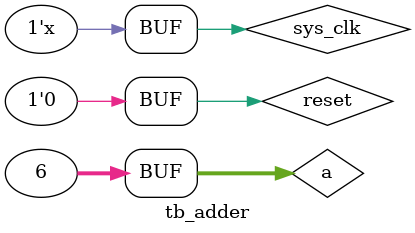
<source format=v>
`timescale 1ns / 1ns


module tb_adder();
    reg [31:0] a;
    reg [31:0] b;
    reg sys_clk;
    reg reset;
    wire [31:0] out;
    
    initial begin
        reset = 1'b1;
        #20
        a = 31'd6;
        b = 31'd0;
        sys_clk = 1'b0;
        reset = 1'b0;
    end
    
    always #10 sys_clk = ~sys_clk;
    
    always @ (posedge sys_clk, posedge reset) begin
        if (reset == 1'b1)
            b <= 31'd0;
        else
            b <= b + 31'd1;
    end
    
    adder adder_inst (
      .A(a),        // input wire [31 : 0] A
      .B(b),        // input wire [31 : 0] B
      .CLK(sys_clk),    // input wire CLK
      .SCLR(reset),  // input wire SCLR
      .S(out)        // output wire [31 : 0] S
    );
endmodule


</source>
